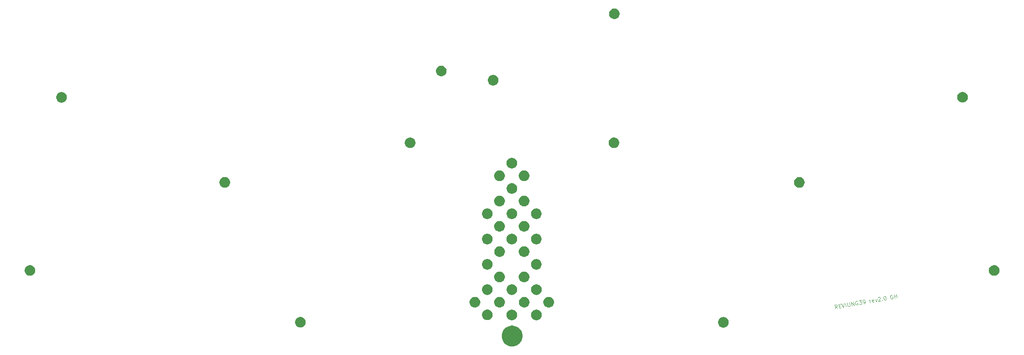
<source format=gbr>
G04 #@! TF.GenerationSoftware,KiCad,Pcbnew,(5.1.6-0-10_14)*
G04 #@! TF.CreationDate,2020-08-27T09:33:25+09:00*
G04 #@! TF.ProjectId,pcb-top-plate,7063622d-746f-4702-9d70-6c6174652e6b,2.0*
G04 #@! TF.SameCoordinates,Original*
G04 #@! TF.FileFunction,Soldermask,Top*
G04 #@! TF.FilePolarity,Negative*
%FSLAX46Y46*%
G04 Gerber Fmt 4.6, Leading zero omitted, Abs format (unit mm)*
G04 Created by KiCad (PCBNEW (5.1.6-0-10_14)) date 2020-08-27 09:33:25*
%MOMM*%
%LPD*%
G01*
G04 APERTURE LIST*
%ADD10C,0.120000*%
%ADD11C,0.100000*%
G04 APERTURE END LIST*
D10*
X215428344Y-112861631D02*
X215079029Y-112512219D01*
X214950009Y-112945975D02*
X214802408Y-112108888D01*
X215121298Y-112052659D01*
X215208050Y-112078463D01*
X215254939Y-112111296D01*
X215308858Y-112183990D01*
X215329944Y-112303574D01*
X215304140Y-112390325D01*
X215271307Y-112437215D01*
X215198613Y-112491133D01*
X214879723Y-112547362D01*
X215709781Y-112359900D02*
X215988810Y-112310700D01*
X216185709Y-112728088D02*
X215787096Y-112798374D01*
X215639495Y-111961287D01*
X216038108Y-111891001D01*
X216277275Y-111848829D02*
X216703905Y-112636716D01*
X216835333Y-111750429D01*
X217261963Y-112538315D02*
X217114362Y-111701228D01*
X217512974Y-111630942D02*
X217632461Y-112308584D01*
X217686379Y-112381278D01*
X217733269Y-112414110D01*
X217820020Y-112439914D01*
X217979466Y-112411800D01*
X218052159Y-112357881D01*
X218084992Y-112310992D01*
X218110796Y-112224240D01*
X217991310Y-111546599D01*
X218537523Y-112313399D02*
X218389922Y-111476313D01*
X219015858Y-112229056D01*
X218868257Y-111391969D01*
X219712373Y-111284230D02*
X219625622Y-111258426D01*
X219506038Y-111279511D01*
X219393483Y-111340459D01*
X219327817Y-111434238D01*
X219302013Y-111520989D01*
X219290266Y-111687463D01*
X219311352Y-111807047D01*
X219379328Y-111959463D01*
X219433247Y-112032157D01*
X219527026Y-112097823D01*
X219653639Y-112116598D01*
X219733361Y-112102541D01*
X219845916Y-112041594D01*
X219878749Y-111994704D01*
X219829549Y-111715675D01*
X219670104Y-111743789D01*
X220024234Y-111188139D02*
X220542431Y-111096767D01*
X220319631Y-111464858D01*
X220439215Y-111443772D01*
X220525966Y-111469576D01*
X220572856Y-111502409D01*
X220626774Y-111575103D01*
X220661917Y-111774409D01*
X220636113Y-111861160D01*
X220603280Y-111908050D01*
X220530587Y-111961968D01*
X220291419Y-112004140D01*
X220204668Y-111978336D01*
X220157778Y-111945504D01*
X221088644Y-111863568D02*
X221248089Y-111835453D01*
X221320783Y-111781535D01*
X221353616Y-111734645D01*
X221412253Y-111601004D01*
X221423999Y-111434530D01*
X221367770Y-111115640D01*
X221313852Y-111042946D01*
X221266962Y-111010114D01*
X221180211Y-110984310D01*
X221020766Y-111012424D01*
X220948072Y-111066343D01*
X220915239Y-111113232D01*
X220889435Y-111199984D01*
X220924578Y-111399290D01*
X220978497Y-111471984D01*
X221025387Y-111504816D01*
X221112138Y-111530620D01*
X221271583Y-111502506D01*
X221344277Y-111448588D01*
X221377109Y-111401698D01*
X221402914Y-111314946D01*
X222483789Y-111617566D02*
X222385388Y-111059509D01*
X222413502Y-111218954D02*
X222439306Y-111132202D01*
X222472139Y-111085313D01*
X222544833Y-111031394D01*
X222624556Y-111017337D01*
X223313847Y-111430104D02*
X223241153Y-111484023D01*
X223081708Y-111512137D01*
X222994956Y-111486333D01*
X222941038Y-111413639D01*
X222884809Y-111094749D01*
X222910613Y-111007998D01*
X222983307Y-110954079D01*
X223142752Y-110925965D01*
X223229503Y-110951769D01*
X223283422Y-111024463D01*
X223297479Y-111104185D01*
X222912923Y-111254194D01*
X223541365Y-110855679D02*
X223839072Y-111378593D01*
X223939977Y-110785392D01*
X224183863Y-110536886D02*
X224216696Y-110489996D01*
X224289390Y-110436077D01*
X224488696Y-110400934D01*
X224575447Y-110426738D01*
X224622337Y-110459571D01*
X224676256Y-110532265D01*
X224690313Y-110611988D01*
X224671537Y-110738600D01*
X224277546Y-111301279D01*
X224795742Y-111209906D01*
X225140436Y-111066926D02*
X225187326Y-111099759D01*
X225154493Y-111146649D01*
X225107604Y-111113816D01*
X225140436Y-111066926D01*
X225154493Y-111146649D01*
X225564950Y-110211162D02*
X225644673Y-110197104D01*
X225731424Y-110222909D01*
X225778314Y-110255741D01*
X225832232Y-110328435D01*
X225900208Y-110480852D01*
X225935351Y-110680158D01*
X225923604Y-110846632D01*
X225897800Y-110933383D01*
X225864968Y-110980273D01*
X225792274Y-111034191D01*
X225712551Y-111048248D01*
X225625800Y-111022444D01*
X225578910Y-110989612D01*
X225524992Y-110916918D01*
X225457016Y-110764501D01*
X225421873Y-110565195D01*
X225433620Y-110398721D01*
X225459424Y-110311970D01*
X225492256Y-110265080D01*
X225564950Y-110211162D01*
X227286013Y-109948792D02*
X227199262Y-109922988D01*
X227079678Y-109944074D01*
X226967123Y-110005021D01*
X226901458Y-110098801D01*
X226875654Y-110185552D01*
X226863907Y-110352026D01*
X226884993Y-110471610D01*
X226952969Y-110624026D01*
X227006887Y-110696720D01*
X227100667Y-110762385D01*
X227227279Y-110781161D01*
X227307002Y-110767104D01*
X227419557Y-110706157D01*
X227452390Y-110659267D01*
X227403189Y-110380238D01*
X227243744Y-110408352D01*
X227825198Y-110675732D02*
X227677597Y-109838645D01*
X227747883Y-110237258D02*
X228226219Y-110152914D01*
X228303533Y-110591388D02*
X228155932Y-109754302D01*
D11*
G36*
X145075880Y-116619776D02*
G01*
X145456593Y-116695504D01*
X145866249Y-116865189D01*
X146234929Y-117111534D01*
X146548466Y-117425071D01*
X146794811Y-117793751D01*
X146964496Y-118203407D01*
X147051000Y-118638296D01*
X147051000Y-119081704D01*
X146964496Y-119516593D01*
X146794811Y-119926249D01*
X146548466Y-120294929D01*
X146234929Y-120608466D01*
X145866249Y-120854811D01*
X145456593Y-121024496D01*
X145075880Y-121100224D01*
X145021705Y-121111000D01*
X144578295Y-121111000D01*
X144524120Y-121100224D01*
X144143407Y-121024496D01*
X143733751Y-120854811D01*
X143365071Y-120608466D01*
X143051534Y-120294929D01*
X142805189Y-119926249D01*
X142635504Y-119516593D01*
X142549000Y-119081704D01*
X142549000Y-118638296D01*
X142635504Y-118203407D01*
X142805189Y-117793751D01*
X143051534Y-117425071D01*
X143365071Y-117111534D01*
X143733751Y-116865189D01*
X144143407Y-116695504D01*
X144524120Y-116619776D01*
X144578295Y-116609000D01*
X145021705Y-116609000D01*
X145075880Y-116619776D01*
G37*
G36*
X190874549Y-114761116D02*
G01*
X190985734Y-114783232D01*
X191087056Y-114825201D01*
X191171059Y-114859996D01*
X191195203Y-114869997D01*
X191383720Y-114995960D01*
X191544040Y-115156280D01*
X191670003Y-115344797D01*
X191756768Y-115554266D01*
X191801000Y-115776636D01*
X191801000Y-116003364D01*
X191756768Y-116225734D01*
X191670003Y-116435203D01*
X191544040Y-116623720D01*
X191383720Y-116784040D01*
X191195203Y-116910003D01*
X190985734Y-116996768D01*
X190874549Y-117018884D01*
X190763365Y-117041000D01*
X190536635Y-117041000D01*
X190425451Y-117018884D01*
X190314266Y-116996768D01*
X190104797Y-116910003D01*
X189916280Y-116784040D01*
X189755960Y-116623720D01*
X189629997Y-116435203D01*
X189543232Y-116225734D01*
X189499000Y-116003364D01*
X189499000Y-115776636D01*
X189543232Y-115554266D01*
X189629997Y-115344797D01*
X189755960Y-115156280D01*
X189916280Y-114995960D01*
X190104797Y-114869997D01*
X190128942Y-114859996D01*
X190212944Y-114825201D01*
X190314266Y-114783232D01*
X190425451Y-114761116D01*
X190536635Y-114739000D01*
X190763365Y-114739000D01*
X190874549Y-114761116D01*
G37*
G36*
X99043638Y-114739000D02*
G01*
X99215734Y-114773232D01*
X99425203Y-114859997D01*
X99613720Y-114985960D01*
X99774040Y-115146280D01*
X99900003Y-115334797D01*
X99986768Y-115544266D01*
X100031000Y-115766636D01*
X100031000Y-115993364D01*
X99986768Y-116215734D01*
X99900003Y-116425203D01*
X99774040Y-116613720D01*
X99613720Y-116774040D01*
X99425203Y-116900003D01*
X99425202Y-116900004D01*
X99425201Y-116900004D01*
X99363850Y-116925416D01*
X99215734Y-116986768D01*
X99165460Y-116996768D01*
X98993365Y-117031000D01*
X98766635Y-117031000D01*
X98594540Y-116996768D01*
X98544266Y-116986768D01*
X98396150Y-116925416D01*
X98334799Y-116900004D01*
X98334798Y-116900004D01*
X98334797Y-116900003D01*
X98146280Y-116774040D01*
X97985960Y-116613720D01*
X97859997Y-116425203D01*
X97773232Y-116215734D01*
X97729000Y-115993364D01*
X97729000Y-115766636D01*
X97773232Y-115544266D01*
X97859997Y-115334797D01*
X97985960Y-115146280D01*
X98146280Y-114985960D01*
X98334797Y-114859997D01*
X98544266Y-114773232D01*
X98716362Y-114739000D01*
X98766635Y-114729000D01*
X98993365Y-114729000D01*
X99043638Y-114739000D01*
G37*
G36*
X150304549Y-113151116D02*
G01*
X150415734Y-113173232D01*
X150563850Y-113234584D01*
X150601059Y-113249996D01*
X150625203Y-113259997D01*
X150813720Y-113385960D01*
X150974040Y-113546280D01*
X151100003Y-113734797D01*
X151186768Y-113944266D01*
X151231000Y-114166636D01*
X151231000Y-114393364D01*
X151186768Y-114615734D01*
X151100003Y-114825203D01*
X150974040Y-115013720D01*
X150813720Y-115174040D01*
X150625203Y-115300003D01*
X150415734Y-115386768D01*
X150304549Y-115408884D01*
X150193365Y-115431000D01*
X149966635Y-115431000D01*
X149855451Y-115408884D01*
X149744266Y-115386768D01*
X149534797Y-115300003D01*
X149346280Y-115174040D01*
X149185960Y-115013720D01*
X149059997Y-114825203D01*
X148973232Y-114615734D01*
X148929000Y-114393364D01*
X148929000Y-114166636D01*
X148973232Y-113944266D01*
X149059997Y-113734797D01*
X149185960Y-113546280D01*
X149346280Y-113385960D01*
X149534797Y-113259997D01*
X149558942Y-113249996D01*
X149596150Y-113234584D01*
X149744266Y-113173232D01*
X149855451Y-113151116D01*
X149966635Y-113129000D01*
X150193365Y-113129000D01*
X150304549Y-113151116D01*
G37*
G36*
X144974549Y-113151116D02*
G01*
X145085734Y-113173232D01*
X145233850Y-113234584D01*
X145271059Y-113249996D01*
X145295203Y-113259997D01*
X145483720Y-113385960D01*
X145644040Y-113546280D01*
X145770003Y-113734797D01*
X145856768Y-113944266D01*
X145901000Y-114166636D01*
X145901000Y-114393364D01*
X145856768Y-114615734D01*
X145770003Y-114825203D01*
X145644040Y-115013720D01*
X145483720Y-115174040D01*
X145295203Y-115300003D01*
X145085734Y-115386768D01*
X144974549Y-115408884D01*
X144863365Y-115431000D01*
X144636635Y-115431000D01*
X144525451Y-115408884D01*
X144414266Y-115386768D01*
X144204797Y-115300003D01*
X144016280Y-115174040D01*
X143855960Y-115013720D01*
X143729997Y-114825203D01*
X143643232Y-114615734D01*
X143599000Y-114393364D01*
X143599000Y-114166636D01*
X143643232Y-113944266D01*
X143729997Y-113734797D01*
X143855960Y-113546280D01*
X144016280Y-113385960D01*
X144204797Y-113259997D01*
X144228942Y-113249996D01*
X144266150Y-113234584D01*
X144414266Y-113173232D01*
X144525451Y-113151116D01*
X144636635Y-113129000D01*
X144863365Y-113129000D01*
X144974549Y-113151116D01*
G37*
G36*
X139603638Y-113129000D02*
G01*
X139775734Y-113163232D01*
X139985203Y-113249997D01*
X140173720Y-113375960D01*
X140334040Y-113536280D01*
X140460003Y-113724797D01*
X140546768Y-113934266D01*
X140591000Y-114156636D01*
X140591000Y-114383364D01*
X140546768Y-114605734D01*
X140460003Y-114815203D01*
X140334040Y-115003720D01*
X140173720Y-115164040D01*
X139985203Y-115290003D01*
X139985202Y-115290004D01*
X139985201Y-115290004D01*
X139923850Y-115315416D01*
X139775734Y-115376768D01*
X139725460Y-115386768D01*
X139553365Y-115421000D01*
X139326635Y-115421000D01*
X139154540Y-115386768D01*
X139104266Y-115376768D01*
X138956150Y-115315416D01*
X138894799Y-115290004D01*
X138894798Y-115290004D01*
X138894797Y-115290003D01*
X138706280Y-115164040D01*
X138545960Y-115003720D01*
X138419997Y-114815203D01*
X138333232Y-114605734D01*
X138289000Y-114383364D01*
X138289000Y-114156636D01*
X138333232Y-113934266D01*
X138419997Y-113724797D01*
X138545960Y-113536280D01*
X138706280Y-113375960D01*
X138894797Y-113249997D01*
X139104266Y-113163232D01*
X139276362Y-113129000D01*
X139326635Y-113119000D01*
X139553365Y-113119000D01*
X139603638Y-113129000D01*
G37*
G36*
X152974549Y-110391116D02*
G01*
X153085734Y-110413232D01*
X153295203Y-110499997D01*
X153483720Y-110625960D01*
X153644040Y-110786280D01*
X153770003Y-110974797D01*
X153856768Y-111184266D01*
X153901000Y-111406636D01*
X153901000Y-111633364D01*
X153856768Y-111855734D01*
X153770003Y-112065203D01*
X153644040Y-112253720D01*
X153483720Y-112414040D01*
X153295203Y-112540003D01*
X153085734Y-112626768D01*
X152974549Y-112648884D01*
X152863365Y-112671000D01*
X152636635Y-112671000D01*
X152525451Y-112648884D01*
X152414266Y-112626768D01*
X152204797Y-112540003D01*
X152016280Y-112414040D01*
X151855960Y-112253720D01*
X151729997Y-112065203D01*
X151643232Y-111855734D01*
X151599000Y-111633364D01*
X151599000Y-111406636D01*
X151643232Y-111184266D01*
X151729997Y-110974797D01*
X151855960Y-110786280D01*
X152016280Y-110625960D01*
X152204797Y-110499997D01*
X152414266Y-110413232D01*
X152525451Y-110391116D01*
X152636635Y-110369000D01*
X152863365Y-110369000D01*
X152974549Y-110391116D01*
G37*
G36*
X147654549Y-110391116D02*
G01*
X147765734Y-110413232D01*
X147975203Y-110499997D01*
X148163720Y-110625960D01*
X148324040Y-110786280D01*
X148450003Y-110974797D01*
X148536768Y-111184266D01*
X148581000Y-111406636D01*
X148581000Y-111633364D01*
X148536768Y-111855734D01*
X148450003Y-112065203D01*
X148324040Y-112253720D01*
X148163720Y-112414040D01*
X147975203Y-112540003D01*
X147765734Y-112626768D01*
X147654549Y-112648884D01*
X147543365Y-112671000D01*
X147316635Y-112671000D01*
X147205451Y-112648884D01*
X147094266Y-112626768D01*
X146884797Y-112540003D01*
X146696280Y-112414040D01*
X146535960Y-112253720D01*
X146409997Y-112065203D01*
X146323232Y-111855734D01*
X146279000Y-111633364D01*
X146279000Y-111406636D01*
X146323232Y-111184266D01*
X146409997Y-110974797D01*
X146535960Y-110786280D01*
X146696280Y-110625960D01*
X146884797Y-110499997D01*
X147094266Y-110413232D01*
X147205451Y-110391116D01*
X147316635Y-110369000D01*
X147543365Y-110369000D01*
X147654549Y-110391116D01*
G37*
G36*
X142304549Y-110391116D02*
G01*
X142415734Y-110413232D01*
X142625203Y-110499997D01*
X142813720Y-110625960D01*
X142974040Y-110786280D01*
X143100003Y-110974797D01*
X143186768Y-111184266D01*
X143231000Y-111406636D01*
X143231000Y-111633364D01*
X143186768Y-111855734D01*
X143100003Y-112065203D01*
X142974040Y-112253720D01*
X142813720Y-112414040D01*
X142625203Y-112540003D01*
X142415734Y-112626768D01*
X142304549Y-112648884D01*
X142193365Y-112671000D01*
X141966635Y-112671000D01*
X141855451Y-112648884D01*
X141744266Y-112626768D01*
X141534797Y-112540003D01*
X141346280Y-112414040D01*
X141185960Y-112253720D01*
X141059997Y-112065203D01*
X140973232Y-111855734D01*
X140929000Y-111633364D01*
X140929000Y-111406636D01*
X140973232Y-111184266D01*
X141059997Y-110974797D01*
X141185960Y-110786280D01*
X141346280Y-110625960D01*
X141534797Y-110499997D01*
X141744266Y-110413232D01*
X141855451Y-110391116D01*
X141966635Y-110369000D01*
X142193365Y-110369000D01*
X142304549Y-110391116D01*
G37*
G36*
X136964549Y-110391116D02*
G01*
X137075734Y-110413232D01*
X137285203Y-110499997D01*
X137473720Y-110625960D01*
X137634040Y-110786280D01*
X137760003Y-110974797D01*
X137846768Y-111184266D01*
X137891000Y-111406636D01*
X137891000Y-111633364D01*
X137846768Y-111855734D01*
X137760003Y-112065203D01*
X137634040Y-112253720D01*
X137473720Y-112414040D01*
X137285203Y-112540003D01*
X137075734Y-112626768D01*
X136964549Y-112648884D01*
X136853365Y-112671000D01*
X136626635Y-112671000D01*
X136515451Y-112648884D01*
X136404266Y-112626768D01*
X136194797Y-112540003D01*
X136006280Y-112414040D01*
X135845960Y-112253720D01*
X135719997Y-112065203D01*
X135633232Y-111855734D01*
X135589000Y-111633364D01*
X135589000Y-111406636D01*
X135633232Y-111184266D01*
X135719997Y-110974797D01*
X135845960Y-110786280D01*
X136006280Y-110625960D01*
X136194797Y-110499997D01*
X136404266Y-110413232D01*
X136515451Y-110391116D01*
X136626635Y-110369000D01*
X136853365Y-110369000D01*
X136964549Y-110391116D01*
G37*
G36*
X144984549Y-107641116D02*
G01*
X145095734Y-107663232D01*
X145305203Y-107749997D01*
X145493720Y-107875960D01*
X145654040Y-108036280D01*
X145780003Y-108224797D01*
X145866768Y-108434266D01*
X145911000Y-108656636D01*
X145911000Y-108883364D01*
X145866768Y-109105734D01*
X145780003Y-109315203D01*
X145654040Y-109503720D01*
X145493720Y-109664040D01*
X145305203Y-109790003D01*
X145095734Y-109876768D01*
X144984549Y-109898884D01*
X144873365Y-109921000D01*
X144646635Y-109921000D01*
X144535451Y-109898884D01*
X144424266Y-109876768D01*
X144214797Y-109790003D01*
X144026280Y-109664040D01*
X143865960Y-109503720D01*
X143739997Y-109315203D01*
X143653232Y-109105734D01*
X143609000Y-108883364D01*
X143609000Y-108656636D01*
X143653232Y-108434266D01*
X143739997Y-108224797D01*
X143865960Y-108036280D01*
X144026280Y-107875960D01*
X144214797Y-107749997D01*
X144424266Y-107663232D01*
X144535451Y-107641116D01*
X144646635Y-107619000D01*
X144873365Y-107619000D01*
X144984549Y-107641116D01*
G37*
G36*
X139664549Y-107641116D02*
G01*
X139775734Y-107663232D01*
X139985203Y-107749997D01*
X140173720Y-107875960D01*
X140334040Y-108036280D01*
X140460003Y-108224797D01*
X140546768Y-108434266D01*
X140591000Y-108656636D01*
X140591000Y-108883364D01*
X140546768Y-109105734D01*
X140460003Y-109315203D01*
X140334040Y-109503720D01*
X140173720Y-109664040D01*
X139985203Y-109790003D01*
X139775734Y-109876768D01*
X139664549Y-109898884D01*
X139553365Y-109921000D01*
X139326635Y-109921000D01*
X139215451Y-109898884D01*
X139104266Y-109876768D01*
X138894797Y-109790003D01*
X138706280Y-109664040D01*
X138545960Y-109503720D01*
X138419997Y-109315203D01*
X138333232Y-109105734D01*
X138289000Y-108883364D01*
X138289000Y-108656636D01*
X138333232Y-108434266D01*
X138419997Y-108224797D01*
X138545960Y-108036280D01*
X138706280Y-107875960D01*
X138894797Y-107749997D01*
X139104266Y-107663232D01*
X139215451Y-107641116D01*
X139326635Y-107619000D01*
X139553365Y-107619000D01*
X139664549Y-107641116D01*
G37*
G36*
X150304549Y-107641116D02*
G01*
X150415734Y-107663232D01*
X150625203Y-107749997D01*
X150813720Y-107875960D01*
X150974040Y-108036280D01*
X151100003Y-108224797D01*
X151186768Y-108434266D01*
X151231000Y-108656636D01*
X151231000Y-108883364D01*
X151186768Y-109105734D01*
X151100003Y-109315203D01*
X150974040Y-109503720D01*
X150813720Y-109664040D01*
X150625203Y-109790003D01*
X150415734Y-109876768D01*
X150304549Y-109898884D01*
X150193365Y-109921000D01*
X149966635Y-109921000D01*
X149855451Y-109898884D01*
X149744266Y-109876768D01*
X149534797Y-109790003D01*
X149346280Y-109664040D01*
X149185960Y-109503720D01*
X149059997Y-109315203D01*
X148973232Y-109105734D01*
X148929000Y-108883364D01*
X148929000Y-108656636D01*
X148973232Y-108434266D01*
X149059997Y-108224797D01*
X149185960Y-108036280D01*
X149346280Y-107875960D01*
X149534797Y-107749997D01*
X149744266Y-107663232D01*
X149855451Y-107641116D01*
X149966635Y-107619000D01*
X150193365Y-107619000D01*
X150304549Y-107641116D01*
G37*
G36*
X142304549Y-104891116D02*
G01*
X142415734Y-104913232D01*
X142563850Y-104974584D01*
X142601059Y-104989996D01*
X142625203Y-104999997D01*
X142813720Y-105125960D01*
X142974040Y-105286280D01*
X143100003Y-105474797D01*
X143186768Y-105684266D01*
X143231000Y-105906636D01*
X143231000Y-106133364D01*
X143186768Y-106355734D01*
X143100003Y-106565203D01*
X142974040Y-106753720D01*
X142813720Y-106914040D01*
X142625203Y-107040003D01*
X142415734Y-107126768D01*
X142304549Y-107148884D01*
X142193365Y-107171000D01*
X141966635Y-107171000D01*
X141855451Y-107148884D01*
X141744266Y-107126768D01*
X141534797Y-107040003D01*
X141346280Y-106914040D01*
X141185960Y-106753720D01*
X141059997Y-106565203D01*
X140973232Y-106355734D01*
X140929000Y-106133364D01*
X140929000Y-105906636D01*
X140973232Y-105684266D01*
X141059997Y-105474797D01*
X141185960Y-105286280D01*
X141346280Y-105125960D01*
X141534797Y-104999997D01*
X141558942Y-104989996D01*
X141596150Y-104974584D01*
X141744266Y-104913232D01*
X141855451Y-104891116D01*
X141966635Y-104869000D01*
X142193365Y-104869000D01*
X142304549Y-104891116D01*
G37*
G36*
X147583638Y-104869000D02*
G01*
X147755734Y-104903232D01*
X147965203Y-104989997D01*
X148153720Y-105115960D01*
X148314040Y-105276280D01*
X148440003Y-105464797D01*
X148526768Y-105674266D01*
X148571000Y-105896636D01*
X148571000Y-106123364D01*
X148526768Y-106345734D01*
X148440003Y-106555203D01*
X148314040Y-106743720D01*
X148153720Y-106904040D01*
X147965203Y-107030003D01*
X147965202Y-107030004D01*
X147965201Y-107030004D01*
X147903850Y-107055416D01*
X147755734Y-107116768D01*
X147705460Y-107126768D01*
X147533365Y-107161000D01*
X147306635Y-107161000D01*
X147134540Y-107126768D01*
X147084266Y-107116768D01*
X146936150Y-107055416D01*
X146874799Y-107030004D01*
X146874798Y-107030004D01*
X146874797Y-107030003D01*
X146686280Y-106904040D01*
X146525960Y-106743720D01*
X146399997Y-106555203D01*
X146313232Y-106345734D01*
X146269000Y-106123364D01*
X146269000Y-105896636D01*
X146313232Y-105674266D01*
X146399997Y-105464797D01*
X146525960Y-105276280D01*
X146686280Y-105115960D01*
X146874797Y-104989997D01*
X147084266Y-104903232D01*
X147256362Y-104869000D01*
X147306635Y-104859000D01*
X147533365Y-104859000D01*
X147583638Y-104869000D01*
G37*
G36*
X249624549Y-103481116D02*
G01*
X249735734Y-103503232D01*
X249945203Y-103589997D01*
X250133720Y-103715960D01*
X250294040Y-103876280D01*
X250420003Y-104064797D01*
X250506768Y-104274266D01*
X250551000Y-104496636D01*
X250551000Y-104723364D01*
X250506768Y-104945734D01*
X250420003Y-105155203D01*
X250294040Y-105343720D01*
X250133720Y-105504040D01*
X249945203Y-105630003D01*
X249735734Y-105716768D01*
X249624549Y-105738884D01*
X249513365Y-105761000D01*
X249286635Y-105761000D01*
X249175451Y-105738884D01*
X249064266Y-105716768D01*
X248854797Y-105630003D01*
X248666280Y-105504040D01*
X248505960Y-105343720D01*
X248379997Y-105155203D01*
X248293232Y-104945734D01*
X248249000Y-104723364D01*
X248249000Y-104496636D01*
X248293232Y-104274266D01*
X248379997Y-104064797D01*
X248505960Y-103876280D01*
X248666280Y-103715960D01*
X248854797Y-103589997D01*
X249064266Y-103503232D01*
X249175451Y-103481116D01*
X249286635Y-103459000D01*
X249513365Y-103459000D01*
X249624549Y-103481116D01*
G37*
G36*
X40424549Y-103481116D02*
G01*
X40535734Y-103503232D01*
X40745203Y-103589997D01*
X40933720Y-103715960D01*
X41094040Y-103876280D01*
X41220003Y-104064797D01*
X41306768Y-104274266D01*
X41351000Y-104496636D01*
X41351000Y-104723364D01*
X41306768Y-104945734D01*
X41220003Y-105155203D01*
X41094040Y-105343720D01*
X40933720Y-105504040D01*
X40745203Y-105630003D01*
X40535734Y-105716768D01*
X40424549Y-105738884D01*
X40313365Y-105761000D01*
X40086635Y-105761000D01*
X39975451Y-105738884D01*
X39864266Y-105716768D01*
X39654797Y-105630003D01*
X39466280Y-105504040D01*
X39305960Y-105343720D01*
X39179997Y-105155203D01*
X39093232Y-104945734D01*
X39049000Y-104723364D01*
X39049000Y-104496636D01*
X39093232Y-104274266D01*
X39179997Y-104064797D01*
X39305960Y-103876280D01*
X39466280Y-103715960D01*
X39654797Y-103589997D01*
X39864266Y-103503232D01*
X39975451Y-103481116D01*
X40086635Y-103459000D01*
X40313365Y-103459000D01*
X40424549Y-103481116D01*
G37*
G36*
X150294549Y-102141116D02*
G01*
X150405734Y-102163232D01*
X150615203Y-102249997D01*
X150803720Y-102375960D01*
X150964040Y-102536280D01*
X151090003Y-102724797D01*
X151176768Y-102934266D01*
X151221000Y-103156636D01*
X151221000Y-103383364D01*
X151176768Y-103605734D01*
X151090003Y-103815203D01*
X150964040Y-104003720D01*
X150803720Y-104164040D01*
X150615203Y-104290003D01*
X150405734Y-104376768D01*
X150294549Y-104398884D01*
X150183365Y-104421000D01*
X149956635Y-104421000D01*
X149845451Y-104398884D01*
X149734266Y-104376768D01*
X149524797Y-104290003D01*
X149336280Y-104164040D01*
X149175960Y-104003720D01*
X149049997Y-103815203D01*
X148963232Y-103605734D01*
X148919000Y-103383364D01*
X148919000Y-103156636D01*
X148963232Y-102934266D01*
X149049997Y-102724797D01*
X149175960Y-102536280D01*
X149336280Y-102375960D01*
X149524797Y-102249997D01*
X149734266Y-102163232D01*
X149845451Y-102141116D01*
X149956635Y-102119000D01*
X150183365Y-102119000D01*
X150294549Y-102141116D01*
G37*
G36*
X139664549Y-102141116D02*
G01*
X139775734Y-102163232D01*
X139985203Y-102249997D01*
X140173720Y-102375960D01*
X140334040Y-102536280D01*
X140460003Y-102724797D01*
X140546768Y-102934266D01*
X140591000Y-103156636D01*
X140591000Y-103383364D01*
X140546768Y-103605734D01*
X140460003Y-103815203D01*
X140334040Y-104003720D01*
X140173720Y-104164040D01*
X139985203Y-104290003D01*
X139775734Y-104376768D01*
X139664549Y-104398884D01*
X139553365Y-104421000D01*
X139326635Y-104421000D01*
X139215451Y-104398884D01*
X139104266Y-104376768D01*
X138894797Y-104290003D01*
X138706280Y-104164040D01*
X138545960Y-104003720D01*
X138419997Y-103815203D01*
X138333232Y-103605734D01*
X138289000Y-103383364D01*
X138289000Y-103156636D01*
X138333232Y-102934266D01*
X138419997Y-102724797D01*
X138545960Y-102536280D01*
X138706280Y-102375960D01*
X138894797Y-102249997D01*
X139104266Y-102163232D01*
X139215451Y-102141116D01*
X139326635Y-102119000D01*
X139553365Y-102119000D01*
X139664549Y-102141116D01*
G37*
G36*
X147644549Y-99381116D02*
G01*
X147755734Y-99403232D01*
X147965203Y-99489997D01*
X148153720Y-99615960D01*
X148314040Y-99776280D01*
X148440003Y-99964797D01*
X148526768Y-100174266D01*
X148571000Y-100396636D01*
X148571000Y-100623364D01*
X148526768Y-100845734D01*
X148440003Y-101055203D01*
X148314040Y-101243720D01*
X148153720Y-101404040D01*
X147965203Y-101530003D01*
X147755734Y-101616768D01*
X147644549Y-101638884D01*
X147533365Y-101661000D01*
X147306635Y-101661000D01*
X147195451Y-101638884D01*
X147084266Y-101616768D01*
X146874797Y-101530003D01*
X146686280Y-101404040D01*
X146525960Y-101243720D01*
X146399997Y-101055203D01*
X146313232Y-100845734D01*
X146269000Y-100623364D01*
X146269000Y-100396636D01*
X146313232Y-100174266D01*
X146399997Y-99964797D01*
X146525960Y-99776280D01*
X146686280Y-99615960D01*
X146874797Y-99489997D01*
X147084266Y-99403232D01*
X147195451Y-99381116D01*
X147306635Y-99359000D01*
X147533365Y-99359000D01*
X147644549Y-99381116D01*
G37*
G36*
X142314549Y-99381116D02*
G01*
X142425734Y-99403232D01*
X142635203Y-99489997D01*
X142823720Y-99615960D01*
X142984040Y-99776280D01*
X143110003Y-99964797D01*
X143196768Y-100174266D01*
X143241000Y-100396636D01*
X143241000Y-100623364D01*
X143196768Y-100845734D01*
X143110003Y-101055203D01*
X142984040Y-101243720D01*
X142823720Y-101404040D01*
X142635203Y-101530003D01*
X142425734Y-101616768D01*
X142314549Y-101638884D01*
X142203365Y-101661000D01*
X141976635Y-101661000D01*
X141865451Y-101638884D01*
X141754266Y-101616768D01*
X141544797Y-101530003D01*
X141356280Y-101404040D01*
X141195960Y-101243720D01*
X141069997Y-101055203D01*
X140983232Y-100845734D01*
X140939000Y-100623364D01*
X140939000Y-100396636D01*
X140983232Y-100174266D01*
X141069997Y-99964797D01*
X141195960Y-99776280D01*
X141356280Y-99615960D01*
X141544797Y-99489997D01*
X141754266Y-99403232D01*
X141865451Y-99381116D01*
X141976635Y-99359000D01*
X142203365Y-99359000D01*
X142314549Y-99381116D01*
G37*
G36*
X150294549Y-96641116D02*
G01*
X150405734Y-96663232D01*
X150615203Y-96749997D01*
X150803720Y-96875960D01*
X150964040Y-97036280D01*
X151090003Y-97224797D01*
X151176768Y-97434266D01*
X151221000Y-97656636D01*
X151221000Y-97883364D01*
X151176768Y-98105734D01*
X151090003Y-98315203D01*
X150964040Y-98503720D01*
X150803720Y-98664040D01*
X150615203Y-98790003D01*
X150405734Y-98876768D01*
X150294549Y-98898884D01*
X150183365Y-98921000D01*
X149956635Y-98921000D01*
X149845451Y-98898884D01*
X149734266Y-98876768D01*
X149524797Y-98790003D01*
X149336280Y-98664040D01*
X149175960Y-98503720D01*
X149049997Y-98315203D01*
X148963232Y-98105734D01*
X148919000Y-97883364D01*
X148919000Y-97656636D01*
X148963232Y-97434266D01*
X149049997Y-97224797D01*
X149175960Y-97036280D01*
X149336280Y-96875960D01*
X149524797Y-96749997D01*
X149734266Y-96663232D01*
X149845451Y-96641116D01*
X149956635Y-96619000D01*
X150183365Y-96619000D01*
X150294549Y-96641116D01*
G37*
G36*
X139664549Y-96641116D02*
G01*
X139775734Y-96663232D01*
X139985203Y-96749997D01*
X140173720Y-96875960D01*
X140334040Y-97036280D01*
X140460003Y-97224797D01*
X140546768Y-97434266D01*
X140591000Y-97656636D01*
X140591000Y-97883364D01*
X140546768Y-98105734D01*
X140460003Y-98315203D01*
X140334040Y-98503720D01*
X140173720Y-98664040D01*
X139985203Y-98790003D01*
X139775734Y-98876768D01*
X139664549Y-98898884D01*
X139553365Y-98921000D01*
X139326635Y-98921000D01*
X139215451Y-98898884D01*
X139104266Y-98876768D01*
X138894797Y-98790003D01*
X138706280Y-98664040D01*
X138545960Y-98503720D01*
X138419997Y-98315203D01*
X138333232Y-98105734D01*
X138289000Y-97883364D01*
X138289000Y-97656636D01*
X138333232Y-97434266D01*
X138419997Y-97224797D01*
X138545960Y-97036280D01*
X138706280Y-96875960D01*
X138894797Y-96749997D01*
X139104266Y-96663232D01*
X139215451Y-96641116D01*
X139326635Y-96619000D01*
X139553365Y-96619000D01*
X139664549Y-96641116D01*
G37*
G36*
X144974549Y-96641116D02*
G01*
X145085734Y-96663232D01*
X145295203Y-96749997D01*
X145483720Y-96875960D01*
X145644040Y-97036280D01*
X145770003Y-97224797D01*
X145856768Y-97434266D01*
X145901000Y-97656636D01*
X145901000Y-97883364D01*
X145856768Y-98105734D01*
X145770003Y-98315203D01*
X145644040Y-98503720D01*
X145483720Y-98664040D01*
X145295203Y-98790003D01*
X145085734Y-98876768D01*
X144974549Y-98898884D01*
X144863365Y-98921000D01*
X144636635Y-98921000D01*
X144525451Y-98898884D01*
X144414266Y-98876768D01*
X144204797Y-98790003D01*
X144016280Y-98664040D01*
X143855960Y-98503720D01*
X143729997Y-98315203D01*
X143643232Y-98105734D01*
X143599000Y-97883364D01*
X143599000Y-97656636D01*
X143643232Y-97434266D01*
X143729997Y-97224797D01*
X143855960Y-97036280D01*
X144016280Y-96875960D01*
X144204797Y-96749997D01*
X144414266Y-96663232D01*
X144525451Y-96641116D01*
X144636635Y-96619000D01*
X144863365Y-96619000D01*
X144974549Y-96641116D01*
G37*
G36*
X142304549Y-93881116D02*
G01*
X142415734Y-93903232D01*
X142625203Y-93989997D01*
X142813720Y-94115960D01*
X142974040Y-94276280D01*
X143100003Y-94464797D01*
X143186768Y-94674266D01*
X143231000Y-94896636D01*
X143231000Y-95123364D01*
X143186768Y-95345734D01*
X143100003Y-95555203D01*
X142974040Y-95743720D01*
X142813720Y-95904040D01*
X142625203Y-96030003D01*
X142415734Y-96116768D01*
X142304549Y-96138884D01*
X142193365Y-96161000D01*
X141966635Y-96161000D01*
X141855451Y-96138884D01*
X141744266Y-96116768D01*
X141534797Y-96030003D01*
X141346280Y-95904040D01*
X141185960Y-95743720D01*
X141059997Y-95555203D01*
X140973232Y-95345734D01*
X140929000Y-95123364D01*
X140929000Y-94896636D01*
X140973232Y-94674266D01*
X141059997Y-94464797D01*
X141185960Y-94276280D01*
X141346280Y-94115960D01*
X141534797Y-93989997D01*
X141744266Y-93903232D01*
X141855451Y-93881116D01*
X141966635Y-93859000D01*
X142193365Y-93859000D01*
X142304549Y-93881116D01*
G37*
G36*
X147644549Y-93881116D02*
G01*
X147755734Y-93903232D01*
X147965203Y-93989997D01*
X148153720Y-94115960D01*
X148314040Y-94276280D01*
X148440003Y-94464797D01*
X148526768Y-94674266D01*
X148571000Y-94896636D01*
X148571000Y-95123364D01*
X148526768Y-95345734D01*
X148440003Y-95555203D01*
X148314040Y-95743720D01*
X148153720Y-95904040D01*
X147965203Y-96030003D01*
X147755734Y-96116768D01*
X147644549Y-96138884D01*
X147533365Y-96161000D01*
X147306635Y-96161000D01*
X147195451Y-96138884D01*
X147084266Y-96116768D01*
X146874797Y-96030003D01*
X146686280Y-95904040D01*
X146525960Y-95743720D01*
X146399997Y-95555203D01*
X146313232Y-95345734D01*
X146269000Y-95123364D01*
X146269000Y-94896636D01*
X146313232Y-94674266D01*
X146399997Y-94464797D01*
X146525960Y-94276280D01*
X146686280Y-94115960D01*
X146874797Y-93989997D01*
X147084266Y-93903232D01*
X147195451Y-93881116D01*
X147306635Y-93859000D01*
X147533365Y-93859000D01*
X147644549Y-93881116D01*
G37*
G36*
X144984549Y-91141116D02*
G01*
X145095734Y-91163232D01*
X145305203Y-91249997D01*
X145493720Y-91375960D01*
X145654040Y-91536280D01*
X145780003Y-91724797D01*
X145866768Y-91934266D01*
X145911000Y-92156636D01*
X145911000Y-92383364D01*
X145866768Y-92605734D01*
X145780003Y-92815203D01*
X145654040Y-93003720D01*
X145493720Y-93164040D01*
X145305203Y-93290003D01*
X145095734Y-93376768D01*
X144984549Y-93398884D01*
X144873365Y-93421000D01*
X144646635Y-93421000D01*
X144535451Y-93398884D01*
X144424266Y-93376768D01*
X144214797Y-93290003D01*
X144026280Y-93164040D01*
X143865960Y-93003720D01*
X143739997Y-92815203D01*
X143653232Y-92605734D01*
X143609000Y-92383364D01*
X143609000Y-92156636D01*
X143653232Y-91934266D01*
X143739997Y-91724797D01*
X143865960Y-91536280D01*
X144026280Y-91375960D01*
X144214797Y-91249997D01*
X144424266Y-91163232D01*
X144535451Y-91141116D01*
X144646635Y-91119000D01*
X144873365Y-91119000D01*
X144984549Y-91141116D01*
G37*
G36*
X139664549Y-91141116D02*
G01*
X139775734Y-91163232D01*
X139985203Y-91249997D01*
X140173720Y-91375960D01*
X140334040Y-91536280D01*
X140460003Y-91724797D01*
X140546768Y-91934266D01*
X140591000Y-92156636D01*
X140591000Y-92383364D01*
X140546768Y-92605734D01*
X140460003Y-92815203D01*
X140334040Y-93003720D01*
X140173720Y-93164040D01*
X139985203Y-93290003D01*
X139775734Y-93376768D01*
X139664549Y-93398884D01*
X139553365Y-93421000D01*
X139326635Y-93421000D01*
X139215451Y-93398884D01*
X139104266Y-93376768D01*
X138894797Y-93290003D01*
X138706280Y-93164040D01*
X138545960Y-93003720D01*
X138419997Y-92815203D01*
X138333232Y-92605734D01*
X138289000Y-92383364D01*
X138289000Y-92156636D01*
X138333232Y-91934266D01*
X138419997Y-91724797D01*
X138545960Y-91536280D01*
X138706280Y-91375960D01*
X138894797Y-91249997D01*
X139104266Y-91163232D01*
X139215451Y-91141116D01*
X139326635Y-91119000D01*
X139553365Y-91119000D01*
X139664549Y-91141116D01*
G37*
G36*
X150294549Y-91141116D02*
G01*
X150405734Y-91163232D01*
X150615203Y-91249997D01*
X150803720Y-91375960D01*
X150964040Y-91536280D01*
X151090003Y-91724797D01*
X151176768Y-91934266D01*
X151221000Y-92156636D01*
X151221000Y-92383364D01*
X151176768Y-92605734D01*
X151090003Y-92815203D01*
X150964040Y-93003720D01*
X150803720Y-93164040D01*
X150615203Y-93290003D01*
X150405734Y-93376768D01*
X150294549Y-93398884D01*
X150183365Y-93421000D01*
X149956635Y-93421000D01*
X149845451Y-93398884D01*
X149734266Y-93376768D01*
X149524797Y-93290003D01*
X149336280Y-93164040D01*
X149175960Y-93003720D01*
X149049997Y-92815203D01*
X148963232Y-92605734D01*
X148919000Y-92383364D01*
X148919000Y-92156636D01*
X148963232Y-91934266D01*
X149049997Y-91724797D01*
X149175960Y-91536280D01*
X149336280Y-91375960D01*
X149524797Y-91249997D01*
X149734266Y-91163232D01*
X149845451Y-91141116D01*
X149956635Y-91119000D01*
X150183365Y-91119000D01*
X150294549Y-91141116D01*
G37*
G36*
X147644549Y-88381116D02*
G01*
X147755734Y-88403232D01*
X147965203Y-88489997D01*
X148153720Y-88615960D01*
X148314040Y-88776280D01*
X148440003Y-88964797D01*
X148526768Y-89174266D01*
X148571000Y-89396636D01*
X148571000Y-89623364D01*
X148526768Y-89845734D01*
X148440003Y-90055203D01*
X148314040Y-90243720D01*
X148153720Y-90404040D01*
X147965203Y-90530003D01*
X147755734Y-90616768D01*
X147644549Y-90638884D01*
X147533365Y-90661000D01*
X147306635Y-90661000D01*
X147195451Y-90638884D01*
X147084266Y-90616768D01*
X146874797Y-90530003D01*
X146686280Y-90404040D01*
X146525960Y-90243720D01*
X146399997Y-90055203D01*
X146313232Y-89845734D01*
X146269000Y-89623364D01*
X146269000Y-89396636D01*
X146313232Y-89174266D01*
X146399997Y-88964797D01*
X146525960Y-88776280D01*
X146686280Y-88615960D01*
X146874797Y-88489997D01*
X147084266Y-88403232D01*
X147195451Y-88381116D01*
X147306635Y-88359000D01*
X147533365Y-88359000D01*
X147644549Y-88381116D01*
G37*
G36*
X142304549Y-88381116D02*
G01*
X142415734Y-88403232D01*
X142625203Y-88489997D01*
X142813720Y-88615960D01*
X142974040Y-88776280D01*
X143100003Y-88964797D01*
X143186768Y-89174266D01*
X143231000Y-89396636D01*
X143231000Y-89623364D01*
X143186768Y-89845734D01*
X143100003Y-90055203D01*
X142974040Y-90243720D01*
X142813720Y-90404040D01*
X142625203Y-90530003D01*
X142415734Y-90616768D01*
X142304549Y-90638884D01*
X142193365Y-90661000D01*
X141966635Y-90661000D01*
X141855451Y-90638884D01*
X141744266Y-90616768D01*
X141534797Y-90530003D01*
X141346280Y-90404040D01*
X141185960Y-90243720D01*
X141059997Y-90055203D01*
X140973232Y-89845734D01*
X140929000Y-89623364D01*
X140929000Y-89396636D01*
X140973232Y-89174266D01*
X141059997Y-88964797D01*
X141185960Y-88776280D01*
X141346280Y-88615960D01*
X141534797Y-88489997D01*
X141744266Y-88403232D01*
X141855451Y-88381116D01*
X141966635Y-88359000D01*
X142193365Y-88359000D01*
X142304549Y-88381116D01*
G37*
G36*
X144984549Y-85641116D02*
G01*
X145095734Y-85663232D01*
X145305203Y-85749997D01*
X145493720Y-85875960D01*
X145654040Y-86036280D01*
X145780003Y-86224797D01*
X145866768Y-86434266D01*
X145911000Y-86656636D01*
X145911000Y-86883364D01*
X145866768Y-87105734D01*
X145780003Y-87315203D01*
X145654040Y-87503720D01*
X145493720Y-87664040D01*
X145305203Y-87790003D01*
X145095734Y-87876768D01*
X144984549Y-87898884D01*
X144873365Y-87921000D01*
X144646635Y-87921000D01*
X144535451Y-87898884D01*
X144424266Y-87876768D01*
X144214797Y-87790003D01*
X144026280Y-87664040D01*
X143865960Y-87503720D01*
X143739997Y-87315203D01*
X143653232Y-87105734D01*
X143609000Y-86883364D01*
X143609000Y-86656636D01*
X143653232Y-86434266D01*
X143739997Y-86224797D01*
X143865960Y-86036280D01*
X144026280Y-85875960D01*
X144214797Y-85749997D01*
X144424266Y-85663232D01*
X144535451Y-85641116D01*
X144646635Y-85619000D01*
X144873365Y-85619000D01*
X144984549Y-85641116D01*
G37*
G36*
X207344549Y-84321116D02*
G01*
X207455734Y-84343232D01*
X207665203Y-84429997D01*
X207853720Y-84555960D01*
X208014040Y-84716280D01*
X208140003Y-84904797D01*
X208226768Y-85114266D01*
X208271000Y-85336636D01*
X208271000Y-85563364D01*
X208226768Y-85785734D01*
X208140003Y-85995203D01*
X208014040Y-86183720D01*
X207853720Y-86344040D01*
X207665203Y-86470003D01*
X207455734Y-86556768D01*
X207344549Y-86578884D01*
X207233365Y-86601000D01*
X207006635Y-86601000D01*
X206895451Y-86578884D01*
X206784266Y-86556768D01*
X206574797Y-86470003D01*
X206386280Y-86344040D01*
X206225960Y-86183720D01*
X206099997Y-85995203D01*
X206013232Y-85785734D01*
X205969000Y-85563364D01*
X205969000Y-85336636D01*
X206013232Y-85114266D01*
X206099997Y-84904797D01*
X206225960Y-84716280D01*
X206386280Y-84555960D01*
X206574797Y-84429997D01*
X206784266Y-84343232D01*
X206895451Y-84321116D01*
X207006635Y-84299000D01*
X207233365Y-84299000D01*
X207344549Y-84321116D01*
G37*
G36*
X82704549Y-84321116D02*
G01*
X82815734Y-84343232D01*
X83025203Y-84429997D01*
X83213720Y-84555960D01*
X83374040Y-84716280D01*
X83500003Y-84904797D01*
X83586768Y-85114266D01*
X83631000Y-85336636D01*
X83631000Y-85563364D01*
X83586768Y-85785734D01*
X83500003Y-85995203D01*
X83374040Y-86183720D01*
X83213720Y-86344040D01*
X83025203Y-86470003D01*
X82815734Y-86556768D01*
X82704549Y-86578884D01*
X82593365Y-86601000D01*
X82366635Y-86601000D01*
X82255451Y-86578884D01*
X82144266Y-86556768D01*
X81934797Y-86470003D01*
X81746280Y-86344040D01*
X81585960Y-86183720D01*
X81459997Y-85995203D01*
X81373232Y-85785734D01*
X81329000Y-85563364D01*
X81329000Y-85336636D01*
X81373232Y-85114266D01*
X81459997Y-84904797D01*
X81585960Y-84716280D01*
X81746280Y-84555960D01*
X81934797Y-84429997D01*
X82144266Y-84343232D01*
X82255451Y-84321116D01*
X82366635Y-84299000D01*
X82593365Y-84299000D01*
X82704549Y-84321116D01*
G37*
G36*
X147644549Y-82881116D02*
G01*
X147755734Y-82903232D01*
X147965203Y-82989997D01*
X148153720Y-83115960D01*
X148314040Y-83276280D01*
X148440003Y-83464797D01*
X148526768Y-83674266D01*
X148571000Y-83896636D01*
X148571000Y-84123364D01*
X148526768Y-84345734D01*
X148440003Y-84555203D01*
X148314040Y-84743720D01*
X148153720Y-84904040D01*
X147965203Y-85030003D01*
X147755734Y-85116768D01*
X147644549Y-85138884D01*
X147533365Y-85161000D01*
X147306635Y-85161000D01*
X147195451Y-85138884D01*
X147084266Y-85116768D01*
X146874797Y-85030003D01*
X146686280Y-84904040D01*
X146525960Y-84743720D01*
X146399997Y-84555203D01*
X146313232Y-84345734D01*
X146269000Y-84123364D01*
X146269000Y-83896636D01*
X146313232Y-83674266D01*
X146399997Y-83464797D01*
X146525960Y-83276280D01*
X146686280Y-83115960D01*
X146874797Y-82989997D01*
X147084266Y-82903232D01*
X147195451Y-82881116D01*
X147306635Y-82859000D01*
X147533365Y-82859000D01*
X147644549Y-82881116D01*
G37*
G36*
X142304549Y-82881116D02*
G01*
X142415734Y-82903232D01*
X142625203Y-82989997D01*
X142813720Y-83115960D01*
X142974040Y-83276280D01*
X143100003Y-83464797D01*
X143186768Y-83674266D01*
X143231000Y-83896636D01*
X143231000Y-84123364D01*
X143186768Y-84345734D01*
X143100003Y-84555203D01*
X142974040Y-84743720D01*
X142813720Y-84904040D01*
X142625203Y-85030003D01*
X142415734Y-85116768D01*
X142304549Y-85138884D01*
X142193365Y-85161000D01*
X141966635Y-85161000D01*
X141855451Y-85138884D01*
X141744266Y-85116768D01*
X141534797Y-85030003D01*
X141346280Y-84904040D01*
X141185960Y-84743720D01*
X141059997Y-84555203D01*
X140973232Y-84345734D01*
X140929000Y-84123364D01*
X140929000Y-83896636D01*
X140973232Y-83674266D01*
X141059997Y-83464797D01*
X141185960Y-83276280D01*
X141346280Y-83115960D01*
X141534797Y-82989997D01*
X141744266Y-82903232D01*
X141855451Y-82881116D01*
X141966635Y-82859000D01*
X142193365Y-82859000D01*
X142304549Y-82881116D01*
G37*
G36*
X144974549Y-80131116D02*
G01*
X145085734Y-80153232D01*
X145295203Y-80239997D01*
X145483720Y-80365960D01*
X145644040Y-80526280D01*
X145770003Y-80714797D01*
X145856768Y-80924266D01*
X145901000Y-81146636D01*
X145901000Y-81373364D01*
X145856768Y-81595734D01*
X145770003Y-81805203D01*
X145644040Y-81993720D01*
X145483720Y-82154040D01*
X145295203Y-82280003D01*
X145085734Y-82366768D01*
X144974549Y-82388884D01*
X144863365Y-82411000D01*
X144636635Y-82411000D01*
X144525451Y-82388884D01*
X144414266Y-82366768D01*
X144204797Y-82280003D01*
X144016280Y-82154040D01*
X143855960Y-81993720D01*
X143729997Y-81805203D01*
X143643232Y-81595734D01*
X143599000Y-81373364D01*
X143599000Y-81146636D01*
X143643232Y-80924266D01*
X143729997Y-80714797D01*
X143855960Y-80526280D01*
X144016280Y-80365960D01*
X144204797Y-80239997D01*
X144414266Y-80153232D01*
X144525451Y-80131116D01*
X144636635Y-80109000D01*
X144863365Y-80109000D01*
X144974549Y-80131116D01*
G37*
G36*
X122914549Y-75721116D02*
G01*
X123025734Y-75743232D01*
X123173850Y-75804584D01*
X123211059Y-75819996D01*
X123235203Y-75829997D01*
X123423720Y-75955960D01*
X123584040Y-76116280D01*
X123710003Y-76304797D01*
X123796768Y-76514266D01*
X123841000Y-76736636D01*
X123841000Y-76963364D01*
X123796768Y-77185734D01*
X123710003Y-77395203D01*
X123584040Y-77583720D01*
X123423720Y-77744040D01*
X123235203Y-77870003D01*
X123025734Y-77956768D01*
X122914549Y-77978884D01*
X122803365Y-78001000D01*
X122576635Y-78001000D01*
X122465451Y-77978884D01*
X122354266Y-77956768D01*
X122144797Y-77870003D01*
X121956280Y-77744040D01*
X121795960Y-77583720D01*
X121669997Y-77395203D01*
X121583232Y-77185734D01*
X121539000Y-76963364D01*
X121539000Y-76736636D01*
X121583232Y-76514266D01*
X121669997Y-76304797D01*
X121795960Y-76116280D01*
X121956280Y-75955960D01*
X122144797Y-75829997D01*
X122168942Y-75819996D01*
X122206150Y-75804584D01*
X122354266Y-75743232D01*
X122465451Y-75721116D01*
X122576635Y-75699000D01*
X122803365Y-75699000D01*
X122914549Y-75721116D01*
G37*
G36*
X167073638Y-75699000D02*
G01*
X167245734Y-75733232D01*
X167455203Y-75819997D01*
X167643720Y-75945960D01*
X167804040Y-76106280D01*
X167930003Y-76294797D01*
X168016768Y-76504266D01*
X168061000Y-76726636D01*
X168061000Y-76953364D01*
X168016768Y-77175734D01*
X167930003Y-77385203D01*
X167804040Y-77573720D01*
X167643720Y-77734040D01*
X167455203Y-77860003D01*
X167455202Y-77860004D01*
X167455201Y-77860004D01*
X167393850Y-77885416D01*
X167245734Y-77946768D01*
X167195460Y-77956768D01*
X167023365Y-77991000D01*
X166796635Y-77991000D01*
X166624540Y-77956768D01*
X166574266Y-77946768D01*
X166426150Y-77885416D01*
X166364799Y-77860004D01*
X166364798Y-77860004D01*
X166364797Y-77860003D01*
X166176280Y-77734040D01*
X166015960Y-77573720D01*
X165889997Y-77385203D01*
X165803232Y-77175734D01*
X165759000Y-76953364D01*
X165759000Y-76726636D01*
X165803232Y-76504266D01*
X165889997Y-76294797D01*
X166015960Y-76106280D01*
X166176280Y-75945960D01*
X166364797Y-75819997D01*
X166574266Y-75733232D01*
X166746362Y-75699000D01*
X166796635Y-75689000D01*
X167023365Y-75689000D01*
X167073638Y-75699000D01*
G37*
G36*
X47274549Y-65821116D02*
G01*
X47385734Y-65843232D01*
X47533850Y-65904584D01*
X47571059Y-65919996D01*
X47595203Y-65929997D01*
X47783720Y-66055960D01*
X47944040Y-66216280D01*
X48070003Y-66404797D01*
X48156768Y-66614266D01*
X48201000Y-66836636D01*
X48201000Y-67063364D01*
X48156768Y-67285734D01*
X48070003Y-67495203D01*
X47944040Y-67683720D01*
X47783720Y-67844040D01*
X47595203Y-67970003D01*
X47385734Y-68056768D01*
X47274549Y-68078884D01*
X47163365Y-68101000D01*
X46936635Y-68101000D01*
X46825451Y-68078884D01*
X46714266Y-68056768D01*
X46504797Y-67970003D01*
X46316280Y-67844040D01*
X46155960Y-67683720D01*
X46029997Y-67495203D01*
X45943232Y-67285734D01*
X45899000Y-67063364D01*
X45899000Y-66836636D01*
X45943232Y-66614266D01*
X46029997Y-66404797D01*
X46155960Y-66216280D01*
X46316280Y-66055960D01*
X46504797Y-65929997D01*
X46528942Y-65919996D01*
X46566150Y-65904584D01*
X46714266Y-65843232D01*
X46825451Y-65821116D01*
X46936635Y-65799000D01*
X47163365Y-65799000D01*
X47274549Y-65821116D01*
G37*
G36*
X242703638Y-65799000D02*
G01*
X242875734Y-65833232D01*
X243085203Y-65919997D01*
X243273720Y-66045960D01*
X243434040Y-66206280D01*
X243560003Y-66394797D01*
X243646768Y-66604266D01*
X243691000Y-66826636D01*
X243691000Y-67053364D01*
X243646768Y-67275734D01*
X243560003Y-67485203D01*
X243434040Y-67673720D01*
X243273720Y-67834040D01*
X243085203Y-67960003D01*
X243085202Y-67960004D01*
X243085201Y-67960004D01*
X243023850Y-67985416D01*
X242875734Y-68046768D01*
X242825460Y-68056768D01*
X242653365Y-68091000D01*
X242426635Y-68091000D01*
X242254540Y-68056768D01*
X242204266Y-68046768D01*
X242056150Y-67985416D01*
X241994799Y-67960004D01*
X241994798Y-67960004D01*
X241994797Y-67960003D01*
X241806280Y-67834040D01*
X241645960Y-67673720D01*
X241519997Y-67485203D01*
X241433232Y-67275734D01*
X241389000Y-67053364D01*
X241389000Y-66826636D01*
X241433232Y-66604266D01*
X241519997Y-66394797D01*
X241645960Y-66206280D01*
X241806280Y-66045960D01*
X241994797Y-65919997D01*
X242204266Y-65833232D01*
X242376362Y-65799000D01*
X242426635Y-65789000D01*
X242653365Y-65789000D01*
X242703638Y-65799000D01*
G37*
G36*
X140924549Y-62101116D02*
G01*
X141035734Y-62123232D01*
X141245203Y-62209997D01*
X141433720Y-62335960D01*
X141594040Y-62496280D01*
X141720003Y-62684797D01*
X141806768Y-62894266D01*
X141851000Y-63116636D01*
X141851000Y-63343364D01*
X141806768Y-63565734D01*
X141720003Y-63775203D01*
X141594040Y-63963720D01*
X141433720Y-64124040D01*
X141245203Y-64250003D01*
X141035734Y-64336768D01*
X140924549Y-64358884D01*
X140813365Y-64381000D01*
X140586635Y-64381000D01*
X140475451Y-64358884D01*
X140364266Y-64336768D01*
X140154797Y-64250003D01*
X139966280Y-64124040D01*
X139805960Y-63963720D01*
X139679997Y-63775203D01*
X139593232Y-63565734D01*
X139549000Y-63343364D01*
X139549000Y-63116636D01*
X139593232Y-62894266D01*
X139679997Y-62684797D01*
X139805960Y-62496280D01*
X139966280Y-62335960D01*
X140154797Y-62209997D01*
X140364266Y-62123232D01*
X140475451Y-62101116D01*
X140586635Y-62079000D01*
X140813365Y-62079000D01*
X140924549Y-62101116D01*
G37*
G36*
X129674549Y-60091116D02*
G01*
X129785734Y-60113232D01*
X129995203Y-60199997D01*
X130183720Y-60325960D01*
X130344040Y-60486280D01*
X130470003Y-60674797D01*
X130556768Y-60884266D01*
X130601000Y-61106636D01*
X130601000Y-61333364D01*
X130556768Y-61555734D01*
X130470003Y-61765203D01*
X130344040Y-61953720D01*
X130183720Y-62114040D01*
X129995203Y-62240003D01*
X129785734Y-62326768D01*
X129674549Y-62348884D01*
X129563365Y-62371000D01*
X129336635Y-62371000D01*
X129225451Y-62348884D01*
X129114266Y-62326768D01*
X128904797Y-62240003D01*
X128716280Y-62114040D01*
X128555960Y-61953720D01*
X128429997Y-61765203D01*
X128343232Y-61555734D01*
X128299000Y-61333364D01*
X128299000Y-61106636D01*
X128343232Y-60884266D01*
X128429997Y-60674797D01*
X128555960Y-60486280D01*
X128716280Y-60325960D01*
X128904797Y-60199997D01*
X129114266Y-60113232D01*
X129225451Y-60091116D01*
X129336635Y-60069000D01*
X129563365Y-60069000D01*
X129674549Y-60091116D01*
G37*
G36*
X167224549Y-47641116D02*
G01*
X167335734Y-47663232D01*
X167545203Y-47749997D01*
X167733720Y-47875960D01*
X167894040Y-48036280D01*
X168020003Y-48224797D01*
X168106768Y-48434266D01*
X168151000Y-48656636D01*
X168151000Y-48883364D01*
X168106768Y-49105734D01*
X168020003Y-49315203D01*
X167894040Y-49503720D01*
X167733720Y-49664040D01*
X167545203Y-49790003D01*
X167335734Y-49876768D01*
X167224549Y-49898884D01*
X167113365Y-49921000D01*
X166886635Y-49921000D01*
X166775451Y-49898884D01*
X166664266Y-49876768D01*
X166454797Y-49790003D01*
X166266280Y-49664040D01*
X166105960Y-49503720D01*
X165979997Y-49315203D01*
X165893232Y-49105734D01*
X165849000Y-48883364D01*
X165849000Y-48656636D01*
X165893232Y-48434266D01*
X165979997Y-48224797D01*
X166105960Y-48036280D01*
X166266280Y-47875960D01*
X166454797Y-47749997D01*
X166664266Y-47663232D01*
X166775451Y-47641116D01*
X166886635Y-47619000D01*
X167113365Y-47619000D01*
X167224549Y-47641116D01*
G37*
M02*

</source>
